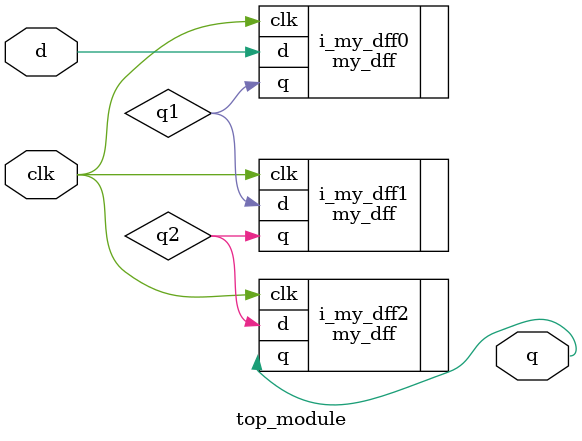
<source format=v>

module top_module (
	input  clk,
	input  d  ,
	output q
);
//You are given a module my_dff with two inputs and one output (that
//implements a D flip-flop). Instantiate three of them, then chain them
//together to make a shift register of length 3. The clk port needs to be
//connected to all instances.
	wire q1, q2;
	my_dff i_my_dff0 (
		.clk(clk),
		.d  (d  ),
		.q  (q1 )
	);
	my_dff i_my_dff1 (
		.clk(clk),
		.d  (q1 ),
		.q  (q2 )
	);
	my_dff i_my_dff2 (
		.clk(clk),
		.d  (q2 ),
		.q  (q  )
	);
endmodule

</source>
